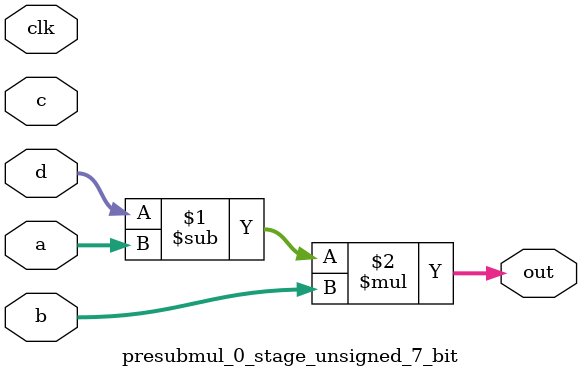
<source format=sv>
(* use_dsp = "yes" *) module presubmul_0_stage_unsigned_7_bit(
	input  [6:0] a,
	input  [6:0] b,
	input  [6:0] c,
	input  [6:0] d,
	output [6:0] out,
	input clk);

	assign out = (d - a) * b;
endmodule

</source>
